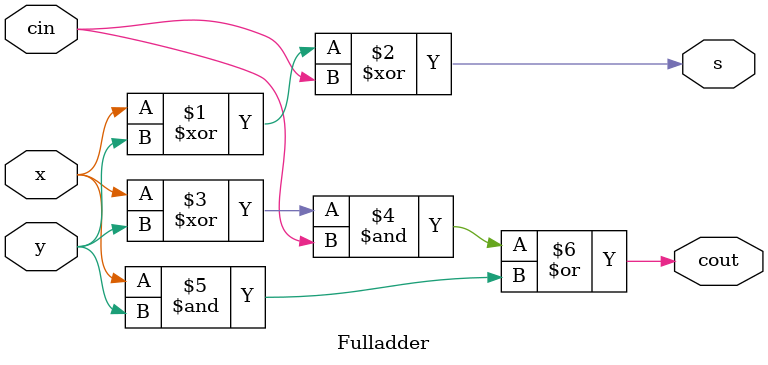
<source format=v>
module Fulladder (
input x , y , cin ,
output s ,cout 
);

assign s = x ^ y ^ cin;
assign cout = ((x^y)&cin) | (x&y) ;

endmodule
</source>
